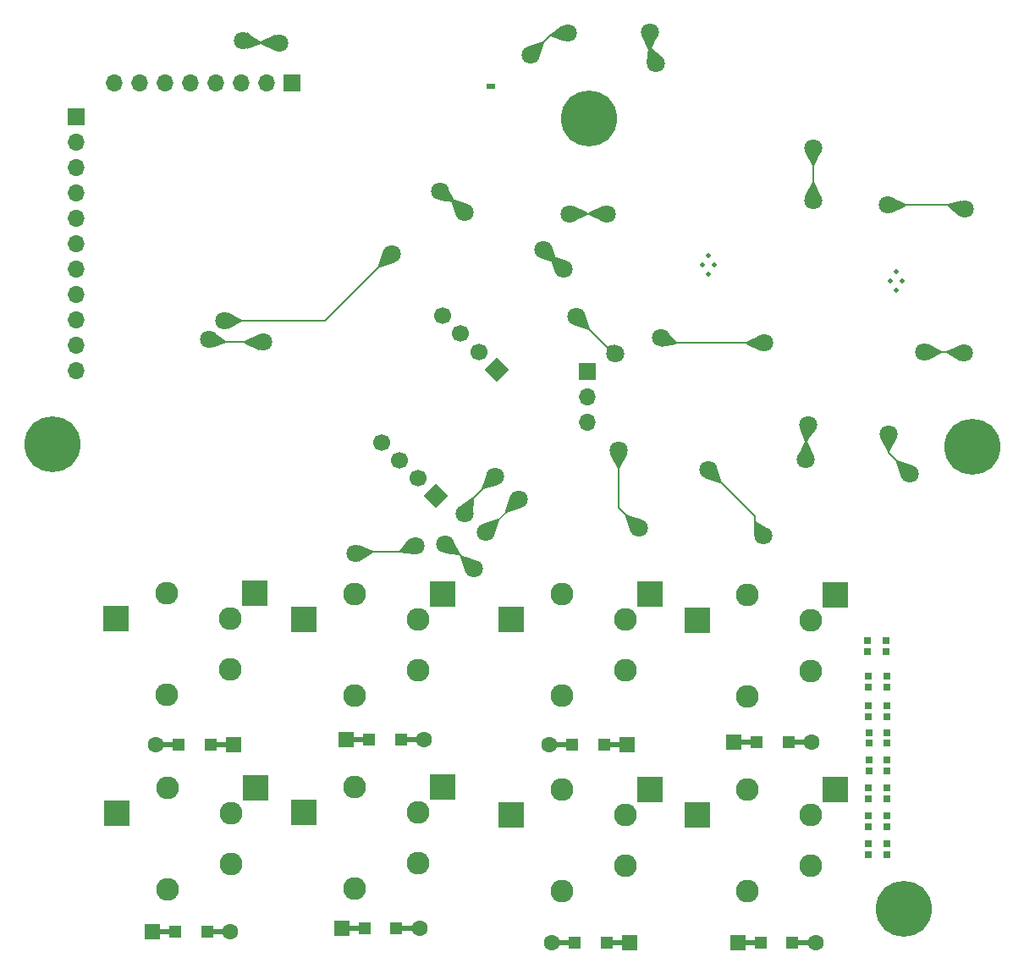
<source format=gbr>
%TF.GenerationSoftware,KiCad,Pcbnew,8.0.2*%
%TF.CreationDate,2025-08-30T14:31:31+07:00*%
%TF.ProjectId,minions,6d696e69-6f6e-4732-9e6b-696361645f70,1*%
%TF.SameCoordinates,Original*%
%TF.FileFunction,Copper,L2,Bot*%
%TF.FilePolarity,Positive*%
%FSLAX46Y46*%
G04 Gerber Fmt 4.6, Leading zero omitted, Abs format (unit mm)*
G04 Created by KiCad (PCBNEW 8.0.2) date 2025-08-30 14:31:31*
%MOMM*%
%LPD*%
G01*
G04 APERTURE LIST*
G04 Aperture macros list*
%AMHorizOval*
0 Thick line with rounded ends*
0 $1 width*
0 $2 $3 position (X,Y) of the first rounded end (center of the circle)*
0 $4 $5 position (X,Y) of the second rounded end (center of the circle)*
0 Add line between two ends*
20,1,$1,$2,$3,$4,$5,0*
0 Add two circle primitives to create the rounded ends*
1,1,$1,$2,$3*
1,1,$1,$4,$5*%
%AMRotRect*
0 Rectangle, with rotation*
0 The origin of the aperture is its center*
0 $1 length*
0 $2 width*
0 $3 Rotation angle, in degrees counterclockwise*
0 Add horizontal line*
21,1,$1,$2,0,0,$3*%
G04 Aperture macros list end*
%TA.AperFunction,SMDPad,CuDef*%
%ADD10R,0.700000X0.700000*%
%TD*%
%TA.AperFunction,ComponentPad*%
%ADD11C,5.600000*%
%TD*%
%TA.AperFunction,ComponentPad*%
%ADD12R,1.600000X1.600000*%
%TD*%
%TA.AperFunction,SMDPad,CuDef*%
%ADD13R,2.500000X0.500000*%
%TD*%
%TA.AperFunction,SMDPad,CuDef*%
%ADD14R,1.200000X1.200000*%
%TD*%
%TA.AperFunction,ComponentPad*%
%ADD15C,1.600000*%
%TD*%
%TA.AperFunction,ComponentPad*%
%ADD16C,0.500000*%
%TD*%
%TA.AperFunction,ComponentPad*%
%ADD17R,0.900000X0.500000*%
%TD*%
%TA.AperFunction,ComponentPad*%
%ADD18R,1.700000X1.700000*%
%TD*%
%TA.AperFunction,ComponentPad*%
%ADD19O,1.700000X1.700000*%
%TD*%
%TA.AperFunction,ComponentPad*%
%ADD20RotRect,1.700000X1.700000X45.000000*%
%TD*%
%TA.AperFunction,ComponentPad*%
%ADD21HorizOval,1.700000X0.000000X0.000000X0.000000X0.000000X0*%
%TD*%
%TA.AperFunction,SMDPad,CuDef*%
%ADD22R,2.550000X2.500000*%
%TD*%
%TA.AperFunction,ComponentPad*%
%ADD23C,2.286000*%
%TD*%
%TA.AperFunction,ViaPad*%
%ADD24C,1.800000*%
%TD*%
%TA.AperFunction,Conductor*%
%ADD25C,0.200000*%
%TD*%
G04 APERTURE END LIST*
D10*
%TO.P,D17,1,DOUT*%
%TO.N,Net-(D17-DOUT)*%
X191116144Y-133700277D03*
%TO.P,D17,2,VSS*%
%TO.N,GND*%
X191116145Y-134800276D03*
%TO.P,D17,3,DIN*%
%TO.N,Net-(D11-DOUT)*%
X189286142Y-134800277D03*
%TO.P,D17,4,VDD*%
%TO.N,Net-(D10-VDD)*%
X189286145Y-133700276D03*
%TD*%
D11*
%TO.P,H5,1,1*%
%TO.N,unconnected-(H5-Pad1)*%
X199650000Y-107800000D03*
%TD*%
D12*
%TO.P,D2,1,K*%
%TO.N,row2*%
X165410000Y-157400000D03*
D13*
X164209999Y-157400002D03*
D14*
X163085000Y-157400000D03*
%TO.P,D2,2,A*%
%TO.N,Net-(D2-A)*%
X159935000Y-157400000D03*
D13*
X158810001Y-157399998D03*
D15*
X157610000Y-157400000D03*
%TD*%
D10*
%TO.P,D11,1,DOUT*%
%TO.N,Net-(D11-DOUT)*%
X191116145Y-130800276D03*
%TO.P,D11,2,VSS*%
%TO.N,GND*%
X191116145Y-131900276D03*
%TO.P,D11,3,DIN*%
%TO.N,Net-(D11-DIN)*%
X189286148Y-131900275D03*
%TO.P,D11,4,VDD*%
%TO.N,Net-(D10-VDD)*%
X189286143Y-130800271D03*
%TD*%
D16*
%TO.P,U6,11,PGND*%
%TO.N,GND*%
X191477328Y-91229485D03*
X192052328Y-90279485D03*
X192052328Y-92179485D03*
X192627328Y-91229485D03*
%TD*%
D10*
%TO.P,D8,1,DOUT*%
%TO.N,Net-(D11-DIN)*%
X191016145Y-127250276D03*
%TO.P,D8,2,VSS*%
%TO.N,GND*%
X191016145Y-128350277D03*
%TO.P,D8,3,DIN*%
%TO.N,Net-(D8-DIN)*%
X189186142Y-128350277D03*
%TO.P,D8,4,VDD*%
%TO.N,Net-(D10-VDD)*%
X189186145Y-127250276D03*
%TD*%
D17*
%TO.P,AE1,2*%
%TO.N,N/C*%
X151516790Y-71790455D03*
%TD*%
D12*
%TO.P,D14,1,K*%
%TO.N,mcp_row2*%
X117640000Y-156360000D03*
D13*
X118840001Y-156359998D03*
D14*
X119965000Y-156360000D03*
%TO.P,D14,2,A*%
%TO.N,Net-(D14-A)*%
X123115000Y-156360000D03*
D13*
X124239999Y-156360002D03*
D15*
X125440000Y-156360000D03*
%TD*%
D12*
%TO.P,D7,1,K*%
%TO.N,mcp_row1*%
X137040000Y-137110000D03*
D13*
X138240000Y-137110000D03*
D14*
X139365000Y-137110000D03*
%TO.P,D7,2,A*%
%TO.N,Net-(D7-A)*%
X142515000Y-137110000D03*
D13*
X143640000Y-137110000D03*
D15*
X144840000Y-137110000D03*
%TD*%
D10*
%TO.P,D9,1,DOUT*%
%TO.N,Net-(D10-DIN)*%
X191166145Y-139150277D03*
%TO.P,D9,2,VSS*%
%TO.N,GND*%
X191166145Y-140250275D03*
%TO.P,D9,3,DIN*%
%TO.N,DOUT*%
X189336142Y-140250277D03*
%TO.P,D9,4,VDD*%
%TO.N,Net-(D10-VDD)*%
X189336145Y-139150276D03*
%TD*%
D12*
%TO.P,D1,1,K*%
%TO.N,row1*%
X165160000Y-137600000D03*
D13*
X163959999Y-137600002D03*
D14*
X162835000Y-137600000D03*
%TO.P,D1,2,A*%
%TO.N,Net-(D1-A)*%
X159685000Y-137600000D03*
D13*
X158560001Y-137599998D03*
D15*
X157360000Y-137600000D03*
%TD*%
D12*
%TO.P,D15,1,K*%
%TO.N,mcp_row2*%
X136590000Y-156010000D03*
D13*
X137790000Y-156010000D03*
D14*
X138915000Y-156010000D03*
%TO.P,D15,2,A*%
%TO.N,Net-(D15-A)*%
X142065000Y-156010000D03*
D13*
X143190000Y-156010000D03*
D15*
X144390000Y-156010000D03*
%TD*%
D11*
%TO.P,H4,1,1*%
%TO.N,unconnected-(H4-Pad1)*%
X161300000Y-74950000D03*
%TD*%
D10*
%TO.P,D10,1,DOUT*%
%TO.N,Net-(D10-DOUT)*%
X191116144Y-141950277D03*
%TO.P,D10,2,VSS*%
%TO.N,GND*%
X191116145Y-143050276D03*
%TO.P,D10,3,DIN*%
%TO.N,Net-(D10-DIN)*%
X189286142Y-143050277D03*
%TO.P,D10,4,VDD*%
%TO.N,Net-(D10-VDD)*%
X189286145Y-141950276D03*
%TD*%
D12*
%TO.P,D5,1,K*%
%TO.N,row1*%
X175810000Y-137400000D03*
D13*
X177010001Y-137399999D03*
D14*
X178135000Y-137400000D03*
%TO.P,D5,2,A*%
%TO.N,Net-(D5-A)*%
X181285000Y-137400000D03*
D13*
X182409999Y-137400001D03*
D15*
X183610000Y-137400000D03*
%TD*%
D16*
%TO.P,U9,11,PGND*%
%TO.N,GND*%
X172687328Y-89615171D03*
X173262328Y-88665171D03*
X173262328Y-90565171D03*
X173837328Y-89615171D03*
%TD*%
D10*
%TO.P,D23,1,DOUT*%
%TO.N,DOUT*%
X191180003Y-136400000D03*
%TO.P,D23,2,VSS*%
%TO.N,GND*%
X191180003Y-137499998D03*
%TO.P,D23,3,DIN*%
%TO.N,Net-(D17-DOUT)*%
X189350000Y-137500000D03*
%TO.P,D23,4,VDD*%
%TO.N,Net-(D10-VDD)*%
X189350003Y-136399999D03*
%TD*%
D12*
%TO.P,D3,1,K*%
%TO.N,mcp_row1*%
X125790000Y-137660000D03*
D13*
X124589999Y-137660002D03*
D14*
X123465000Y-137660000D03*
%TO.P,D3,2,A*%
%TO.N,Net-(D3-A)*%
X120315000Y-137660000D03*
D13*
X119190001Y-137659998D03*
D15*
X117990000Y-137660000D03*
%TD*%
D10*
%TO.P,D13,1,DOUT*%
%TO.N,unconnected-(D13-DOUT-Pad1)*%
X191116145Y-147500276D03*
%TO.P,D13,2,VSS*%
%TO.N,GND*%
X191116145Y-148600276D03*
%TO.P,D13,3,DIN*%
%TO.N,Net-(D12-DOUT)*%
X189286142Y-148600277D03*
%TO.P,D13,4,VDD*%
%TO.N,Net-(D10-VDD)*%
X189286145Y-147500276D03*
%TD*%
D11*
%TO.P,H7,1,1*%
%TO.N,unconnected-(H7-Pad1)*%
X192850000Y-154050000D03*
%TD*%
D10*
%TO.P,D12,1,DOUT*%
%TO.N,Net-(D12-DOUT)*%
X191116145Y-144700276D03*
%TO.P,D12,2,VSS*%
%TO.N,GND*%
X191116145Y-145800276D03*
%TO.P,D12,3,DIN*%
%TO.N,Net-(D10-DOUT)*%
X189286142Y-145800277D03*
%TO.P,D12,4,VDD*%
%TO.N,Net-(D10-VDD)*%
X189286145Y-144700276D03*
%TD*%
D11*
%TO.P,H6,1,1*%
%TO.N,unconnected-(H6-Pad1)*%
X107650000Y-107550000D03*
%TD*%
D18*
%TO.P,J6,1,Pin_1*%
%TO.N,+BATT*%
X161127328Y-100322672D03*
D19*
%TO.P,J6,2,Pin_2*%
%TO.N,/TS*%
X161127328Y-102862672D03*
%TO.P,J6,3,Pin_3*%
%TO.N,GND*%
X161127328Y-105402672D03*
%TD*%
D20*
%TO.P,J2,1,Pin_1*%
%TO.N,GND*%
X152096051Y-100096052D03*
D21*
%TO.P,J2,2,Pin_2*%
%TO.N,/SWCLK*%
X150300000Y-98300000D03*
%TO.P,J2,3,Pin_3*%
%TO.N,/SWDIO*%
X148503949Y-96503950D03*
%TO.P,J2,4,Pin_4*%
%TO.N,+3.3V*%
X146707897Y-94707898D03*
%TD*%
D22*
%TO.P,K8,1*%
%TO.N,mcp_col2*%
X146680000Y-141880000D03*
D23*
X144200000Y-149500000D03*
X144200000Y-144420000D03*
%TO.P,K8,2*%
%TO.N,Net-(D15-A)*%
X137850000Y-152040000D03*
X137850000Y-141880000D03*
D22*
X132830000Y-144420000D03*
%TD*%
%TO.P,K7,1*%
%TO.N,mcp_col1*%
X127980000Y-141930000D03*
D23*
X125500000Y-149550000D03*
X125500000Y-144470000D03*
%TO.P,K7,2*%
%TO.N,Net-(D14-A)*%
X119150000Y-152090000D03*
X119150000Y-141930000D03*
D22*
X114130000Y-144470000D03*
%TD*%
%TO.P,K6,1*%
%TO.N,mcp_col2*%
X146680000Y-122530000D03*
D23*
X144200000Y-130150000D03*
X144200000Y-125070000D03*
%TO.P,K6,2*%
%TO.N,Net-(D7-A)*%
X137850000Y-132690000D03*
X137850000Y-122530000D03*
D22*
X132830000Y-125070000D03*
%TD*%
%TO.P,K5,1*%
%TO.N,col2*%
X186000000Y-142120000D03*
D23*
X183520000Y-149740000D03*
X183520000Y-144660000D03*
%TO.P,K5,2*%
%TO.N,Net-(D6-A)*%
X177170000Y-152280000D03*
X177170000Y-142120000D03*
D22*
X172150000Y-144660000D03*
%TD*%
%TO.P,K2,1*%
%TO.N,col1*%
X167440000Y-142090000D03*
D23*
X164960000Y-149710000D03*
X164960000Y-144630000D03*
%TO.P,K2,2*%
%TO.N,Net-(D2-A)*%
X158610000Y-152250000D03*
X158610000Y-142090000D03*
D22*
X153590000Y-144630000D03*
%TD*%
D18*
%TO.P,J1,1,Pin_1*%
%TO.N,/~{PGOOD}*%
X131650000Y-71400000D03*
D19*
%TO.P,J1,2,Pin_2*%
%TO.N,/~{CHG}*%
X129109996Y-71399998D03*
%TO.P,J1,3,Pin_3*%
%TO.N,/~{ALRT}*%
X126570000Y-71400000D03*
%TO.P,J1,4,Pin_4*%
%TO.N,/P0.27*%
X124030000Y-71400000D03*
%TO.P,J1,5,Pin_5*%
%TO.N,/P0.28{slash}AIN4*%
X121490001Y-71400000D03*
%TO.P,J1,6,Pin_6*%
%TO.N,/P0.29{slash}AIN5*%
X118950001Y-71400000D03*
%TO.P,J1,7,Pin_7*%
%TO.N,/P0.30{slash}AIN6*%
X116410000Y-71400000D03*
%TO.P,J1,8,Pin_8*%
%TO.N,/P0.31{slash}AIN7*%
X113870000Y-71400000D03*
%TD*%
D22*
%TO.P,K3,1*%
%TO.N,mcp_col1*%
X127880000Y-122430000D03*
D23*
X125400000Y-130050000D03*
X125400000Y-124970000D03*
%TO.P,K3,2*%
%TO.N,Net-(D3-A)*%
X119050000Y-132590000D03*
X119050000Y-122430000D03*
D22*
X114030000Y-124970000D03*
%TD*%
D12*
%TO.P,D6,1,K*%
%TO.N,row2*%
X176210000Y-157450000D03*
D13*
X177410000Y-157449998D03*
D14*
X178535000Y-157450000D03*
%TO.P,D6,2,A*%
%TO.N,Net-(D6-A)*%
X181685000Y-157450000D03*
D13*
X182810000Y-157450002D03*
D15*
X184010000Y-157450000D03*
%TD*%
D22*
%TO.P,K4,1*%
%TO.N,col2*%
X186000000Y-122620000D03*
D23*
X183520000Y-130240000D03*
X183520000Y-125160000D03*
%TO.P,K4,2*%
%TO.N,Net-(D5-A)*%
X177170000Y-132780000D03*
X177170000Y-122620000D03*
D22*
X172150000Y-125160000D03*
%TD*%
D18*
%TO.P,J5,1,Pin_1*%
%TO.N,/P0.00{slash}XL1*%
X110050000Y-74780000D03*
D19*
%TO.P,J5,2,Pin_2*%
%TO.N,/P0.01{slash}XL2*%
X110049999Y-77320001D03*
%TO.P,J5,3,Pin_3*%
%TO.N,/P0.02{slash}AIN0*%
X110050000Y-79860000D03*
%TO.P,J5,4,Pin_4*%
%TO.N,/P0.03{slash}AIN1*%
X110050000Y-82400000D03*
%TO.P,J5,5,Pin_5*%
%TO.N,/P0.04{slash}AIN2*%
X110050000Y-84939999D03*
%TO.P,J5,6,Pin_6*%
%TO.N,/P0.05{slash}AIN3*%
X110050000Y-87479999D03*
%TO.P,J5,7,Pin_7*%
%TO.N,Net-(J5-Pin_7)*%
X110050000Y-90020000D03*
%TO.P,J5,8,Pin_8*%
%TO.N,Net-(J5-Pin_8)*%
X110050000Y-92560000D03*
%TO.P,J5,9,Pin_9*%
%TO.N,Net-(J5-Pin_9)*%
X110050000Y-95100000D03*
%TO.P,J5,10,Pin_10*%
%TO.N,Net-(J5-Pin_10)*%
X110050000Y-97639999D03*
%TO.P,J5,11,Pin_11*%
%TO.N,Net-(J5-Pin_11)*%
X110050000Y-100180000D03*
%TD*%
D20*
%TO.P,J3,1,Pin_1*%
%TO.N,GND*%
X146000000Y-112750000D03*
D21*
%TO.P,J3,2,Pin_2*%
%TO.N,+3.3V*%
X144203948Y-110953945D03*
%TO.P,J3,3,Pin_3*%
%TO.N,SCL*%
X142407898Y-109157898D03*
%TO.P,J3,4,Pin_4*%
%TO.N,SDA*%
X140611846Y-107361846D03*
%TD*%
D22*
%TO.P,K1,1*%
%TO.N,col1*%
X167440000Y-122590000D03*
D23*
X164960000Y-130210000D03*
X164960000Y-125130000D03*
%TO.P,K1,2*%
%TO.N,Net-(D1-A)*%
X158610000Y-132750000D03*
X158610000Y-122590000D03*
D22*
X153590000Y-125130000D03*
%TD*%
D24*
%TO.N,+3.3V*%
X141600000Y-88550000D03*
X137965381Y-118484619D03*
X183752328Y-83147671D03*
X183752328Y-77897671D03*
X130309996Y-67400000D03*
X124850000Y-95200000D03*
X126750000Y-67200000D03*
X143950000Y-117700000D03*
%TO.N,+5V*%
X191200000Y-83650000D03*
X198950000Y-84040245D03*
%TO.N,GND*%
X159400000Y-84500000D03*
X148877942Y-114472058D03*
X151972058Y-110777942D03*
X193450000Y-110550000D03*
X163100000Y-84500000D03*
X146400000Y-82250000D03*
X191309314Y-106559314D03*
X148900000Y-84350000D03*
%TO.N,SDA*%
X128700000Y-97350000D03*
X123300000Y-97100000D03*
%TO.N,/~{PGOOD}*%
X155500000Y-68650000D03*
X159200000Y-66400000D03*
%TO.N,+BATT*%
X178752328Y-116747671D03*
X154272058Y-113077942D03*
X164000000Y-98497671D03*
X173302328Y-110147671D03*
X151033238Y-116360877D03*
X160100000Y-94800000D03*
%TO.N,TX*%
X156776471Y-88126471D03*
X167400000Y-66300000D03*
X168000000Y-69450000D03*
X158798529Y-90064215D03*
%TO.N,VDD*%
X178902328Y-97447671D03*
X164302328Y-108197671D03*
X166302328Y-115947671D03*
X168502328Y-96897671D03*
%TO.N,/~{ALRT}*%
X146950000Y-117600000D03*
X149800000Y-120050000D03*
%TO.N,/SYSOFF*%
X183252328Y-105597671D03*
X183052328Y-109097671D03*
%TO.N,Net-(SW4-B)*%
X194879828Y-98359486D03*
X198829828Y-98459486D03*
%TD*%
D25*
%TO.N,+3.3V*%
X126750000Y-67200000D02*
X126950000Y-67400000D01*
X134950000Y-95200000D02*
X141600000Y-88550000D01*
X143350000Y-118300000D02*
X143950000Y-117700000D01*
X137965381Y-118484619D02*
X138150000Y-118300000D01*
X138150000Y-118300000D02*
X143350000Y-118300000D01*
X126950000Y-67400000D02*
X130309996Y-67400000D01*
X183752328Y-77897671D02*
X183752328Y-83147671D01*
X124850000Y-95200000D02*
X134950000Y-95200000D01*
%TO.N,+5V*%
X191200000Y-83650000D02*
X198450000Y-83650000D01*
X198609755Y-83700000D02*
X198950000Y-84040245D01*
X198500000Y-83700000D02*
X198609755Y-83700000D01*
X198450000Y-83650000D02*
X198500000Y-83700000D01*
%TO.N,GND*%
X148900000Y-84350000D02*
X146800000Y-82250000D01*
X151922058Y-110777942D02*
X151972058Y-110777942D01*
X193450000Y-110550000D02*
X191309314Y-108409314D01*
X191309314Y-108409314D02*
X191309314Y-106559314D01*
X148877942Y-113822058D02*
X151922058Y-110777942D01*
X159400000Y-84500000D02*
X163100000Y-84500000D01*
X148877942Y-114472058D02*
X148877942Y-113822058D01*
X146800000Y-82250000D02*
X146400000Y-82250000D01*
%TO.N,SDA*%
X123550000Y-97350000D02*
X123300000Y-97100000D01*
X128700000Y-97350000D02*
X123550000Y-97350000D01*
%TO.N,/~{PGOOD}*%
X159100000Y-66500000D02*
X157650000Y-66500000D01*
X157650000Y-66500000D02*
X155500000Y-68650000D01*
X159200000Y-66400000D02*
X159100000Y-66500000D01*
%TO.N,+BATT*%
X163352329Y-97850000D02*
X163150000Y-97850000D01*
X177952328Y-114797671D02*
X173302328Y-110147671D01*
X177952328Y-115947671D02*
X177952328Y-114797671D01*
X163150000Y-97850000D02*
X160100000Y-94800000D01*
X154272058Y-113077942D02*
X154272058Y-113122057D01*
X154272058Y-113122057D02*
X151033238Y-116360877D01*
X164000000Y-98497671D02*
X163352329Y-97850000D01*
X178752328Y-116747671D02*
X177952328Y-115947671D01*
%TO.N,TX*%
X167400000Y-66300000D02*
X167400000Y-68850000D01*
X156860785Y-88126471D02*
X158798529Y-90064215D01*
X156776471Y-88126471D02*
X156860785Y-88126471D01*
X167400000Y-68850000D02*
X168000000Y-69450000D01*
%TO.N,VDD*%
X164302328Y-108197671D02*
X164302328Y-113947671D01*
X169052328Y-97447671D02*
X168502328Y-96897671D01*
X164302328Y-113947671D02*
X166302328Y-115947671D01*
X178902328Y-97447671D02*
X169052328Y-97447671D01*
%TO.N,/~{ALRT}*%
X147350000Y-117600000D02*
X149800000Y-120050000D01*
X146950000Y-117600000D02*
X147350000Y-117600000D01*
%TO.N,/SYSOFF*%
X183052328Y-105797671D02*
X183052328Y-109097671D01*
X183252328Y-105597671D02*
X183052328Y-105797671D01*
%TO.N,Net-(SW4-B)*%
X198729828Y-98359486D02*
X198829828Y-98459486D01*
X194879828Y-98359486D02*
X198729828Y-98359486D01*
%TD*%
%TA.AperFunction,Conductor*%
%TO.N,/~{ALRT}*%
G36*
X147780499Y-117259702D02*
G01*
X147786415Y-117265155D01*
X148449815Y-118554709D01*
X148450552Y-118563633D01*
X148447684Y-118568334D01*
X148316469Y-118699549D01*
X148308196Y-118702976D01*
X148306466Y-118702847D01*
X146959962Y-118501489D01*
X146952286Y-118496877D01*
X146949992Y-118489927D01*
X146949299Y-117607125D01*
X146952719Y-117598849D01*
X146956529Y-117596304D01*
X147771545Y-117259693D01*
X147780499Y-117259702D01*
G37*
%TD.AperFunction*%
%TD*%
%TA.AperFunction,Conductor*%
%TO.N,GND*%
G36*
X162760057Y-83679354D02*
G01*
X162760408Y-83680120D01*
X163099135Y-84495512D01*
X163099144Y-84504466D01*
X163099135Y-84504488D01*
X162760408Y-85319879D01*
X162754069Y-85326205D01*
X162745115Y-85326196D01*
X162744349Y-85325845D01*
X161306446Y-84603239D01*
X161300593Y-84596462D01*
X161300000Y-84592785D01*
X161300000Y-84407214D01*
X161303427Y-84398941D01*
X161306443Y-84396762D01*
X162744350Y-83674153D01*
X162753280Y-83673501D01*
X162760057Y-83679354D01*
G37*
%TD.AperFunction*%
%TD*%
%TA.AperFunction,Conductor*%
%TO.N,VDD*%
G36*
X178562385Y-96627025D02*
G01*
X178562736Y-96627791D01*
X178901463Y-97443183D01*
X178901472Y-97452137D01*
X178901463Y-97452159D01*
X178562736Y-98267550D01*
X178556397Y-98273876D01*
X178547443Y-98273867D01*
X178546677Y-98273516D01*
X177108774Y-97550910D01*
X177102921Y-97544133D01*
X177102328Y-97540456D01*
X177102328Y-97354885D01*
X177105755Y-97346612D01*
X177108771Y-97344433D01*
X178546678Y-96621824D01*
X178555608Y-96621172D01*
X178562385Y-96627025D01*
G37*
%TD.AperFunction*%
%TD*%
%TA.AperFunction,Conductor*%
%TO.N,Net-(SW4-B)*%
G36*
X198489900Y-97638802D02*
G01*
X198489995Y-97639025D01*
X198828963Y-98454998D01*
X198828972Y-98463952D01*
X198828963Y-98463974D01*
X198490533Y-99278652D01*
X198484194Y-99284978D01*
X198475240Y-99284969D01*
X198473864Y-99284289D01*
X197055555Y-98462865D01*
X197050114Y-98455753D01*
X197049719Y-98452740D01*
X197049719Y-98267121D01*
X197053146Y-98258848D01*
X197056704Y-98256413D01*
X198474479Y-97632802D01*
X198483432Y-97632609D01*
X198489900Y-97638802D01*
G37*
%TD.AperFunction*%
%TD*%
%TA.AperFunction,Conductor*%
%TO.N,SDA*%
G36*
X128360057Y-96529354D02*
G01*
X128360408Y-96530120D01*
X128699135Y-97345512D01*
X128699144Y-97354466D01*
X128699135Y-97354488D01*
X128360408Y-98169879D01*
X128354069Y-98176205D01*
X128345115Y-98176196D01*
X128344349Y-98175845D01*
X126906446Y-97453239D01*
X126900593Y-97446462D01*
X126900000Y-97442785D01*
X126900000Y-97257214D01*
X126903427Y-97248941D01*
X126906443Y-97246762D01*
X128344350Y-96524153D01*
X128353280Y-96523501D01*
X128360057Y-96529354D01*
G37*
%TD.AperFunction*%
%TD*%
%TA.AperFunction,Conductor*%
%TO.N,VDD*%
G36*
X164822321Y-108412684D02*
G01*
X165122207Y-108537262D01*
X165128533Y-108543601D01*
X165128524Y-108552555D01*
X165128173Y-108553321D01*
X164405567Y-109991225D01*
X164398790Y-109997078D01*
X164395113Y-109997671D01*
X164209543Y-109997671D01*
X164201270Y-109994244D01*
X164199089Y-109991225D01*
X163476482Y-108553321D01*
X163475829Y-108544390D01*
X163481682Y-108537613D01*
X163482448Y-108537262D01*
X164297840Y-108198534D01*
X164306793Y-108198526D01*
X164822321Y-108412684D01*
G37*
%TD.AperFunction*%
%TD*%
%TA.AperFunction,Conductor*%
%TO.N,TX*%
G36*
X157603294Y-88722979D02*
G01*
X158023602Y-88862134D01*
X159131007Y-89228771D01*
X159137784Y-89234624D01*
X159138437Y-89243555D01*
X159138144Y-89244344D01*
X158801091Y-90060429D01*
X158794765Y-90066768D01*
X158794743Y-90066777D01*
X157978658Y-90403830D01*
X157969704Y-90403821D01*
X157963378Y-90397482D01*
X157963085Y-90396693D01*
X157457294Y-88868982D01*
X157457947Y-88860051D01*
X157460125Y-88857035D01*
X157591347Y-88725813D01*
X157599619Y-88722387D01*
X157603294Y-88722979D01*
G37*
%TD.AperFunction*%
%TD*%
%TA.AperFunction,Conductor*%
%TO.N,+BATT*%
G36*
X152237401Y-115020295D02*
G01*
X152240420Y-115022476D01*
X152371638Y-115153694D01*
X152375065Y-115161967D01*
X152374472Y-115165644D01*
X151868681Y-116693355D01*
X151862828Y-116700132D01*
X151853897Y-116700785D01*
X151853108Y-116700492D01*
X151037023Y-116363439D01*
X151030684Y-116357113D01*
X151030675Y-116357091D01*
X150693622Y-115541004D01*
X150693631Y-115532052D01*
X150699970Y-115525726D01*
X150700752Y-115525435D01*
X152228471Y-115019642D01*
X152237401Y-115020295D01*
G37*
%TD.AperFunction*%
%TD*%
%TA.AperFunction,Conductor*%
%TO.N,+BATT*%
G36*
X178055134Y-115280753D02*
G01*
X179088198Y-115910966D01*
X179093476Y-115918200D01*
X179092916Y-115925427D01*
X178755321Y-116741435D01*
X178748992Y-116747769D01*
X178744497Y-116748662D01*
X177864015Y-116747683D01*
X177855746Y-116744247D01*
X177852328Y-116735983D01*
X177852328Y-115290741D01*
X177855755Y-115282468D01*
X177864028Y-115279041D01*
X178049041Y-115279041D01*
X178055134Y-115280753D01*
G37*
%TD.AperFunction*%
%TD*%
%TA.AperFunction,Conductor*%
%TO.N,GND*%
G36*
X149658883Y-112913162D02*
G01*
X149790090Y-113044369D01*
X149793517Y-113052642D01*
X149793516Y-113052770D01*
X149778068Y-114460495D01*
X149774551Y-114468730D01*
X149766378Y-114472067D01*
X148885067Y-114472758D01*
X148876791Y-114469338D01*
X148874244Y-114465524D01*
X148537219Y-113649506D01*
X148537228Y-113640552D01*
X148541610Y-113635260D01*
X149644190Y-112911652D01*
X149652987Y-112909979D01*
X149658883Y-112913162D01*
G37*
%TD.AperFunction*%
%TD*%
%TA.AperFunction,Conductor*%
%TO.N,+BATT*%
G36*
X160928824Y-94460393D02*
G01*
X160935150Y-94466732D01*
X160935443Y-94467521D01*
X161441234Y-95995232D01*
X161440581Y-96004163D01*
X161438400Y-96007182D01*
X161307182Y-96138400D01*
X161298909Y-96141827D01*
X161295232Y-96141234D01*
X159767521Y-95635443D01*
X159760744Y-95629590D01*
X159760091Y-95620659D01*
X159760374Y-95619894D01*
X160097438Y-94803783D01*
X160103761Y-94797447D01*
X160919872Y-94460384D01*
X160928824Y-94460393D01*
G37*
%TD.AperFunction*%
%TD*%
%TA.AperFunction,Conductor*%
%TO.N,TX*%
G36*
X167919993Y-66515013D02*
G01*
X168219879Y-66639591D01*
X168226205Y-66645930D01*
X168226196Y-66654884D01*
X168225845Y-66655650D01*
X167503239Y-68093554D01*
X167496462Y-68099407D01*
X167492785Y-68100000D01*
X167307215Y-68100000D01*
X167298942Y-68096573D01*
X167296761Y-68093554D01*
X166574154Y-66655650D01*
X166573501Y-66646719D01*
X166579354Y-66639942D01*
X166580120Y-66639591D01*
X167395512Y-66300863D01*
X167404465Y-66300855D01*
X167919993Y-66515013D01*
G37*
%TD.AperFunction*%
%TD*%
%TA.AperFunction,Conductor*%
%TO.N,+3.3V*%
G36*
X143321888Y-117071961D02*
G01*
X143322772Y-117072758D01*
X143947561Y-117696566D01*
X143950994Y-117704837D01*
X143950994Y-117704859D01*
X143950014Y-118586720D01*
X143946578Y-118594989D01*
X143938301Y-118598407D01*
X143936828Y-118598312D01*
X143802882Y-118581147D01*
X142399498Y-118401308D01*
X142391727Y-118396857D01*
X142389285Y-118389703D01*
X142389285Y-118204158D01*
X142391908Y-118196775D01*
X143305429Y-117073654D01*
X143313307Y-117069399D01*
X143321888Y-117071961D01*
G37*
%TD.AperFunction*%
%TD*%
%TA.AperFunction,Conductor*%
%TO.N,GND*%
G36*
X192254765Y-109208764D02*
G01*
X192675073Y-109347919D01*
X193782478Y-109714556D01*
X193789255Y-109720409D01*
X193789908Y-109729340D01*
X193789615Y-109730129D01*
X193452562Y-110546214D01*
X193446236Y-110552553D01*
X193446214Y-110552562D01*
X192630129Y-110889615D01*
X192621175Y-110889606D01*
X192614849Y-110883267D01*
X192614556Y-110882478D01*
X192108765Y-109354767D01*
X192109418Y-109345836D01*
X192111596Y-109342820D01*
X192242818Y-109211598D01*
X192251090Y-109208172D01*
X192254765Y-109208764D01*
G37*
%TD.AperFunction*%
%TD*%
%TA.AperFunction,Conductor*%
%TO.N,+3.3V*%
G36*
X139721166Y-118197112D02*
G01*
X139727653Y-118203285D01*
X139728658Y-118208029D01*
X139728658Y-118393627D01*
X139725231Y-118401900D01*
X139723304Y-118403456D01*
X138321570Y-119308508D01*
X138312761Y-119310117D01*
X138305395Y-119305025D01*
X138304419Y-119303167D01*
X137966245Y-118489107D01*
X137966236Y-118480153D01*
X137966245Y-118480131D01*
X137998097Y-118403456D01*
X138305422Y-117663654D01*
X138311760Y-117657330D01*
X138320433Y-117657227D01*
X139721166Y-118197112D01*
G37*
%TD.AperFunction*%
%TD*%
%TA.AperFunction,Conductor*%
%TO.N,+BATT*%
G36*
X163994999Y-97602048D02*
G01*
X163999832Y-97609587D01*
X164000015Y-97611638D01*
X164000987Y-98485958D01*
X163997569Y-98494235D01*
X163989300Y-98497671D01*
X163112817Y-98497671D01*
X163104544Y-98494244D01*
X163101117Y-98485971D01*
X163101165Y-98484907D01*
X163150000Y-97949996D01*
X163150000Y-97759790D01*
X163153427Y-97751517D01*
X163159635Y-97748273D01*
X163986253Y-97600134D01*
X163994999Y-97602048D01*
G37*
%TD.AperFunction*%
%TD*%
%TA.AperFunction,Conductor*%
%TO.N,+3.3V*%
G36*
X127104283Y-66375248D02*
G01*
X127106226Y-66376279D01*
X127648513Y-66733063D01*
X128504949Y-67296533D01*
X128509977Y-67303943D01*
X128510218Y-67306307D01*
X128510218Y-67491894D01*
X128506791Y-67500167D01*
X128502630Y-67502848D01*
X127104995Y-68027519D01*
X127096045Y-68027218D01*
X127090078Y-68021053D01*
X126874807Y-67502848D01*
X126750863Y-67204487D01*
X126750855Y-67195534D01*
X126750864Y-67195512D01*
X127088991Y-66381563D01*
X127095329Y-66375239D01*
X127104283Y-66375248D01*
G37*
%TD.AperFunction*%
%TD*%
%TA.AperFunction,Conductor*%
%TO.N,+3.3V*%
G36*
X125204884Y-94373803D02*
G01*
X125205648Y-94374153D01*
X126643554Y-95096761D01*
X126649407Y-95103537D01*
X126650000Y-95107214D01*
X126650000Y-95292785D01*
X126646573Y-95301058D01*
X126643554Y-95303239D01*
X125205650Y-96025845D01*
X125196719Y-96026498D01*
X125189942Y-96020645D01*
X125189591Y-96019879D01*
X124890981Y-95301058D01*
X124850863Y-95204487D01*
X124850855Y-95195534D01*
X124850864Y-95195512D01*
X124887545Y-95107214D01*
X125189591Y-94380119D01*
X125195930Y-94373794D01*
X125204884Y-94373803D01*
G37*
%TD.AperFunction*%
%TD*%
%TA.AperFunction,Conductor*%
%TO.N,+BATT*%
G36*
X174131152Y-109808064D02*
G01*
X174137478Y-109814403D01*
X174137771Y-109815192D01*
X174643562Y-111342903D01*
X174642909Y-111351834D01*
X174640728Y-111354853D01*
X174509510Y-111486071D01*
X174501237Y-111489498D01*
X174497560Y-111488905D01*
X172969849Y-110983114D01*
X172963072Y-110977261D01*
X172962419Y-110968330D01*
X172962702Y-110967565D01*
X173299766Y-110151454D01*
X173306089Y-110145118D01*
X174122200Y-109808055D01*
X174131152Y-109808064D01*
G37*
%TD.AperFunction*%
%TD*%
%TA.AperFunction,Conductor*%
%TO.N,+3.3V*%
G36*
X184272321Y-78112684D02*
G01*
X184572207Y-78237262D01*
X184578533Y-78243601D01*
X184578524Y-78252555D01*
X184578173Y-78253321D01*
X183855567Y-79691225D01*
X183848790Y-79697078D01*
X183845113Y-79697671D01*
X183659543Y-79697671D01*
X183651270Y-79694244D01*
X183649089Y-79691225D01*
X182926482Y-78253321D01*
X182925829Y-78244390D01*
X182931682Y-78237613D01*
X182932448Y-78237262D01*
X183747840Y-77898534D01*
X183756793Y-77898526D01*
X184272321Y-78112684D01*
G37*
%TD.AperFunction*%
%TD*%
%TA.AperFunction,Conductor*%
%TO.N,GND*%
G36*
X159754884Y-83673803D02*
G01*
X159755648Y-83674153D01*
X161193554Y-84396761D01*
X161199407Y-84403537D01*
X161200000Y-84407214D01*
X161200000Y-84592785D01*
X161196573Y-84601058D01*
X161193554Y-84603239D01*
X159755650Y-85325845D01*
X159746719Y-85326498D01*
X159739942Y-85320645D01*
X159739591Y-85319879D01*
X159440981Y-84601058D01*
X159400863Y-84504487D01*
X159400855Y-84495534D01*
X159400864Y-84495512D01*
X159437545Y-84407214D01*
X159739591Y-83680119D01*
X159745930Y-83673794D01*
X159754884Y-83673803D01*
G37*
%TD.AperFunction*%
%TD*%
%TA.AperFunction,Conductor*%
%TO.N,GND*%
G36*
X191829307Y-106774327D02*
G01*
X192129193Y-106898905D01*
X192135519Y-106905244D01*
X192135510Y-106914198D01*
X192135159Y-106914964D01*
X191412553Y-108352868D01*
X191405776Y-108358721D01*
X191402099Y-108359314D01*
X191216529Y-108359314D01*
X191208256Y-108355887D01*
X191206075Y-108352868D01*
X190483468Y-106914964D01*
X190482815Y-106906033D01*
X190488668Y-106899256D01*
X190489434Y-106898905D01*
X191304826Y-106560177D01*
X191313779Y-106560169D01*
X191829307Y-106774327D01*
G37*
%TD.AperFunction*%
%TD*%
%TA.AperFunction,Conductor*%
%TO.N,+5V*%
G36*
X191554884Y-82823803D02*
G01*
X191555648Y-82824153D01*
X192993554Y-83546761D01*
X192999407Y-83553537D01*
X193000000Y-83557214D01*
X193000000Y-83742785D01*
X192996573Y-83751058D01*
X192993554Y-83753239D01*
X191555650Y-84475845D01*
X191546719Y-84476498D01*
X191539942Y-84470645D01*
X191539591Y-84469879D01*
X191240981Y-83751058D01*
X191200863Y-83654487D01*
X191200855Y-83645534D01*
X191200864Y-83645512D01*
X191237545Y-83557214D01*
X191539591Y-82830119D01*
X191545930Y-82823794D01*
X191554884Y-82823803D01*
G37*
%TD.AperFunction*%
%TD*%
%TA.AperFunction,Conductor*%
%TO.N,VDD*%
G36*
X165107093Y-114606435D02*
G01*
X165527401Y-114745590D01*
X166634806Y-115112227D01*
X166641583Y-115118080D01*
X166642236Y-115127011D01*
X166641943Y-115127800D01*
X166304890Y-115943885D01*
X166298564Y-115950224D01*
X166298542Y-115950233D01*
X165482457Y-116287286D01*
X165473503Y-116287277D01*
X165467177Y-116280938D01*
X165466884Y-116280149D01*
X164961093Y-114752438D01*
X164961746Y-114743507D01*
X164963924Y-114740491D01*
X165095146Y-114609269D01*
X165103418Y-114605843D01*
X165107093Y-114606435D01*
G37*
%TD.AperFunction*%
%TD*%
%TA.AperFunction,Conductor*%
%TO.N,Net-(SW4-B)*%
G36*
X195234712Y-97533289D02*
G01*
X195235476Y-97533639D01*
X196673382Y-98256247D01*
X196679235Y-98263023D01*
X196679828Y-98266700D01*
X196679828Y-98452271D01*
X196676401Y-98460544D01*
X196673382Y-98462725D01*
X195235478Y-99185331D01*
X195226547Y-99185984D01*
X195219770Y-99180131D01*
X195219419Y-99179365D01*
X194920809Y-98460544D01*
X194880691Y-98363973D01*
X194880683Y-98355020D01*
X194880692Y-98354998D01*
X194917373Y-98266700D01*
X195219419Y-97539605D01*
X195225758Y-97533280D01*
X195234712Y-97533289D01*
G37*
%TD.AperFunction*%
%TD*%
%TA.AperFunction,Conductor*%
%TO.N,+BATT*%
G36*
X153452397Y-112738413D02*
G01*
X154268272Y-113075379D01*
X154274611Y-113081705D01*
X154274620Y-113081727D01*
X154611747Y-113897993D01*
X154611738Y-113906947D01*
X154605399Y-113913273D01*
X154604783Y-113913507D01*
X153103354Y-114436698D01*
X153094414Y-114436185D01*
X153091231Y-114433923D01*
X152959996Y-114302688D01*
X152956569Y-114294415D01*
X152957095Y-114290946D01*
X153074264Y-113913507D01*
X153436768Y-112745760D01*
X153442493Y-112738877D01*
X153451410Y-112738057D01*
X153452397Y-112738413D01*
G37*
%TD.AperFunction*%
%TD*%
%TA.AperFunction,Conductor*%
%TO.N,/SYSOFF*%
G36*
X184070762Y-105936661D02*
G01*
X184077088Y-105943000D01*
X184077079Y-105951954D01*
X184076048Y-105953897D01*
X183376370Y-107017359D01*
X183157321Y-107350301D01*
X183155795Y-107352620D01*
X183148385Y-107357648D01*
X183146021Y-107357889D01*
X182960433Y-107357889D01*
X182952160Y-107354462D01*
X182949479Y-107350301D01*
X182424808Y-105952666D01*
X182425109Y-105943716D01*
X182431272Y-105937750D01*
X183247840Y-105598534D01*
X183256793Y-105598526D01*
X184070762Y-105936661D01*
G37*
%TD.AperFunction*%
%TD*%
%TA.AperFunction,Conductor*%
%TO.N,TX*%
G36*
X167503225Y-67891908D02*
G01*
X168626344Y-68805428D01*
X168630600Y-68813307D01*
X168628038Y-68821888D01*
X168627241Y-68822772D01*
X168003433Y-69447561D01*
X167995162Y-69450994D01*
X167995140Y-69450994D01*
X167113279Y-69450014D01*
X167105010Y-69446578D01*
X167101592Y-69438301D01*
X167101685Y-69436843D01*
X167298691Y-67899497D01*
X167303142Y-67891727D01*
X167310296Y-67889285D01*
X167495842Y-67889285D01*
X167503225Y-67891908D01*
G37*
%TD.AperFunction*%
%TD*%
%TA.AperFunction,Conductor*%
%TO.N,+3.3V*%
G36*
X140780114Y-88210378D02*
G01*
X141596214Y-88547437D01*
X141602553Y-88553763D01*
X141602562Y-88553785D01*
X141939615Y-89369870D01*
X141939606Y-89378824D01*
X141933267Y-89385150D01*
X141932478Y-89385443D01*
X140404767Y-89891234D01*
X140395836Y-89890581D01*
X140392817Y-89888400D01*
X140261599Y-89757182D01*
X140258172Y-89748909D01*
X140258764Y-89745235D01*
X140764556Y-88217520D01*
X140770409Y-88210744D01*
X140779340Y-88210091D01*
X140780114Y-88210378D01*
G37*
%TD.AperFunction*%
%TD*%
%TA.AperFunction,Conductor*%
%TO.N,+3.3V*%
G36*
X183853386Y-81351098D02*
G01*
X183855567Y-81354117D01*
X184578173Y-82792020D01*
X184578826Y-82800951D01*
X184572973Y-82807728D01*
X184572207Y-82808079D01*
X183756816Y-83146806D01*
X183747862Y-83146815D01*
X183747840Y-83146806D01*
X182932448Y-82808079D01*
X182926122Y-82801740D01*
X182926131Y-82792786D01*
X182926476Y-82792032D01*
X183649089Y-81354117D01*
X183655866Y-81348264D01*
X183659543Y-81347671D01*
X183845113Y-81347671D01*
X183853386Y-81351098D01*
G37*
%TD.AperFunction*%
%TD*%
%TA.AperFunction,Conductor*%
%TO.N,+5V*%
G36*
X198604656Y-83212519D02*
G01*
X198609456Y-83218073D01*
X198947995Y-84033011D01*
X198948004Y-84041965D01*
X198945457Y-84045779D01*
X198321324Y-84668932D01*
X198313048Y-84672352D01*
X198305375Y-84669477D01*
X197253149Y-83753497D01*
X197249159Y-83745480D01*
X197249131Y-83744672D01*
X197249131Y-83559120D01*
X197252558Y-83550847D01*
X197257975Y-83547775D01*
X198595797Y-83211215D01*
X198604656Y-83212519D01*
G37*
%TD.AperFunction*%
%TD*%
%TA.AperFunction,Conductor*%
%TO.N,GND*%
G36*
X147704765Y-83008764D02*
G01*
X148125073Y-83147919D01*
X149232478Y-83514556D01*
X149239255Y-83520409D01*
X149239908Y-83529340D01*
X149239615Y-83530129D01*
X148902562Y-84346214D01*
X148896236Y-84352553D01*
X148896214Y-84352562D01*
X148080129Y-84689615D01*
X148071175Y-84689606D01*
X148064849Y-84683267D01*
X148064556Y-84682478D01*
X147558765Y-83154767D01*
X147559418Y-83145836D01*
X147561596Y-83142820D01*
X147692818Y-83011598D01*
X147701090Y-83008172D01*
X147704765Y-83008764D01*
G37*
%TD.AperFunction*%
%TD*%
%TA.AperFunction,Conductor*%
%TO.N,SDA*%
G36*
X123944441Y-96469284D02*
G01*
X124173073Y-96630698D01*
X125045321Y-97246504D01*
X125050102Y-97254074D01*
X125050272Y-97256061D01*
X125050272Y-97441639D01*
X125046845Y-97449912D01*
X125042363Y-97452708D01*
X123654799Y-97927935D01*
X123645862Y-97927373D01*
X123640203Y-97921354D01*
X123302003Y-97107231D01*
X123301995Y-97098279D01*
X123304538Y-97094470D01*
X123929427Y-96470561D01*
X123937702Y-96467142D01*
X123944441Y-96469284D01*
G37*
%TD.AperFunction*%
%TD*%
%TA.AperFunction,Conductor*%
%TO.N,+3.3V*%
G36*
X129970053Y-66579354D02*
G01*
X129970404Y-66580120D01*
X130309131Y-67395512D01*
X130309140Y-67404466D01*
X130309131Y-67404488D01*
X129970404Y-68219879D01*
X129964065Y-68226205D01*
X129955111Y-68226196D01*
X129954345Y-68225845D01*
X128516442Y-67503239D01*
X128510589Y-67496462D01*
X128509996Y-67492785D01*
X128509996Y-67307214D01*
X128513423Y-67298941D01*
X128516439Y-67296762D01*
X129954346Y-66574153D01*
X129963276Y-66573501D01*
X129970053Y-66579354D01*
G37*
%TD.AperFunction*%
%TD*%
%TA.AperFunction,Conductor*%
%TO.N,/~{ALRT}*%
G36*
X148604765Y-118708764D02*
G01*
X149025073Y-118847919D01*
X150132478Y-119214556D01*
X150139255Y-119220409D01*
X150139908Y-119229340D01*
X150139615Y-119230129D01*
X149802562Y-120046214D01*
X149796236Y-120052553D01*
X149796214Y-120052562D01*
X148980129Y-120389615D01*
X148971175Y-120389606D01*
X148964849Y-120383267D01*
X148964556Y-120382478D01*
X148458765Y-118854767D01*
X148459418Y-118845836D01*
X148461596Y-118842820D01*
X148592818Y-118711598D01*
X148601090Y-118708172D01*
X148604765Y-118708764D01*
G37*
%TD.AperFunction*%
%TD*%
%TA.AperFunction,Conductor*%
%TO.N,/~{PGOOD}*%
G36*
X158570649Y-65770634D02*
G01*
X159195164Y-66393762D01*
X159198600Y-66402031D01*
X159197707Y-66406526D01*
X158859949Y-67220968D01*
X158853615Y-67227297D01*
X158844949Y-67227409D01*
X157560320Y-66734312D01*
X157556240Y-66731662D01*
X157426292Y-66601714D01*
X157422865Y-66593441D01*
X157426292Y-66585168D01*
X157427709Y-66583960D01*
X158555536Y-65769430D01*
X158564248Y-65767365D01*
X158570649Y-65770634D01*
G37*
%TD.AperFunction*%
%TD*%
%TA.AperFunction,Conductor*%
%TO.N,/SYSOFF*%
G36*
X183153386Y-107301098D02*
G01*
X183155567Y-107304117D01*
X183878173Y-108742020D01*
X183878826Y-108750951D01*
X183872973Y-108757728D01*
X183872207Y-108758079D01*
X183056816Y-109096806D01*
X183047862Y-109096815D01*
X183047840Y-109096806D01*
X182232448Y-108758079D01*
X182226122Y-108751740D01*
X182226131Y-108742786D01*
X182226476Y-108742032D01*
X182949089Y-107304117D01*
X182955866Y-107298264D01*
X182959543Y-107297671D01*
X183145113Y-107297671D01*
X183153386Y-107301098D01*
G37*
%TD.AperFunction*%
%TD*%
%TA.AperFunction,Conductor*%
%TO.N,VDD*%
G36*
X169146460Y-96270084D02*
G01*
X169146957Y-96270614D01*
X170093529Y-97344355D01*
X170096452Y-97352092D01*
X170096452Y-97537662D01*
X170093025Y-97545935D01*
X170086565Y-97549221D01*
X168515825Y-97795554D01*
X168507121Y-97793450D01*
X168502453Y-97785808D01*
X168502312Y-97784018D01*
X168501333Y-96902529D01*
X168504751Y-96894253D01*
X169129915Y-96270070D01*
X169138189Y-96266651D01*
X169146460Y-96270084D01*
G37*
%TD.AperFunction*%
%TD*%
%TA.AperFunction,Conductor*%
%TO.N,/~{PGOOD}*%
G36*
X156704163Y-67309418D02*
G01*
X156707182Y-67311599D01*
X156838400Y-67442817D01*
X156841827Y-67451090D01*
X156841234Y-67454767D01*
X156335443Y-68982478D01*
X156329590Y-68989255D01*
X156320659Y-68989908D01*
X156319870Y-68989615D01*
X155503785Y-68652562D01*
X155497446Y-68646236D01*
X155497437Y-68646214D01*
X155160384Y-67830127D01*
X155160393Y-67821175D01*
X155166732Y-67814849D01*
X155167514Y-67814558D01*
X156695233Y-67308765D01*
X156704163Y-67309418D01*
G37*
%TD.AperFunction*%
%TD*%
%TA.AperFunction,Conductor*%
%TO.N,TX*%
G36*
X157605641Y-87786721D02*
G01*
X157611967Y-87793060D01*
X157612144Y-87793516D01*
X158036979Y-88957963D01*
X158151188Y-89271001D01*
X158150805Y-89279948D01*
X158148470Y-89283284D01*
X158017224Y-89414530D01*
X158008951Y-89417957D01*
X158005671Y-89417488D01*
X156444564Y-88961615D01*
X156437583Y-88956006D01*
X156436613Y-88947104D01*
X156437025Y-88945929D01*
X156773909Y-88130254D01*
X156780232Y-88123918D01*
X157596689Y-87786712D01*
X157605641Y-87786721D01*
G37*
%TD.AperFunction*%
%TD*%
%TA.AperFunction,Conductor*%
%TO.N,GND*%
G36*
X147230499Y-81909702D02*
G01*
X147236415Y-81915155D01*
X147899815Y-83204709D01*
X147900552Y-83213633D01*
X147897684Y-83218334D01*
X147766469Y-83349549D01*
X147758196Y-83352976D01*
X147756466Y-83352847D01*
X146409962Y-83151489D01*
X146402286Y-83146877D01*
X146399992Y-83139927D01*
X146399299Y-82257125D01*
X146402719Y-82248849D01*
X146406529Y-82246304D01*
X147221545Y-81909693D01*
X147230499Y-81909702D01*
G37*
%TD.AperFunction*%
%TD*%
%TA.AperFunction,Conductor*%
%TO.N,GND*%
G36*
X151151983Y-110438242D02*
G01*
X151968272Y-110775379D01*
X151974611Y-110781705D01*
X151974620Y-110781727D01*
X152311569Y-111597562D01*
X152311560Y-111606516D01*
X152305221Y-111612842D01*
X152304196Y-111613211D01*
X150756682Y-112089399D01*
X150747767Y-112088556D01*
X150744968Y-112086489D01*
X150613731Y-111955252D01*
X150610304Y-111946979D01*
X150610962Y-111943112D01*
X151136477Y-110445181D01*
X151142448Y-110438511D01*
X151151389Y-110438016D01*
X151151983Y-110438242D01*
G37*
%TD.AperFunction*%
%TD*%
M02*

</source>
